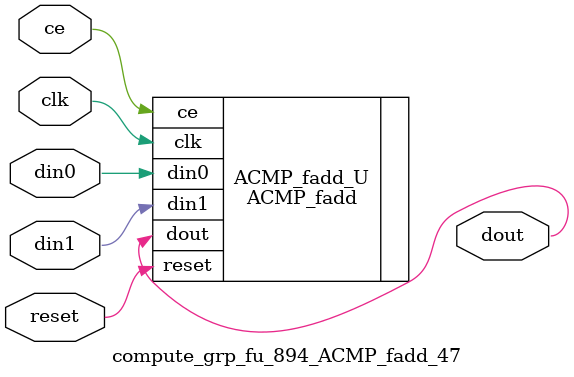
<source format=v>

`timescale 1 ns / 1 ps
module compute_grp_fu_894_ACMP_fadd_47(
    clk,
    reset,
    ce,
    din0,
    din1,
    dout);

parameter ID = 32'd1;
parameter NUM_STAGE = 32'd1;
parameter din0_WIDTH = 32'd1;
parameter din1_WIDTH = 32'd1;
parameter dout_WIDTH = 32'd1;
input clk;
input reset;
input ce;
input[din0_WIDTH - 1:0] din0;
input[din1_WIDTH - 1:0] din1;
output[dout_WIDTH - 1:0] dout;



ACMP_fadd #(
.ID( ID ),
.NUM_STAGE( 4 ),
.din0_WIDTH( din0_WIDTH ),
.din1_WIDTH( din1_WIDTH ),
.dout_WIDTH( dout_WIDTH ))
ACMP_fadd_U(
    .clk( clk ),
    .reset( reset ),
    .ce( ce ),
    .din0( din0 ),
    .din1( din1 ),
    .dout( dout ));

endmodule

</source>
